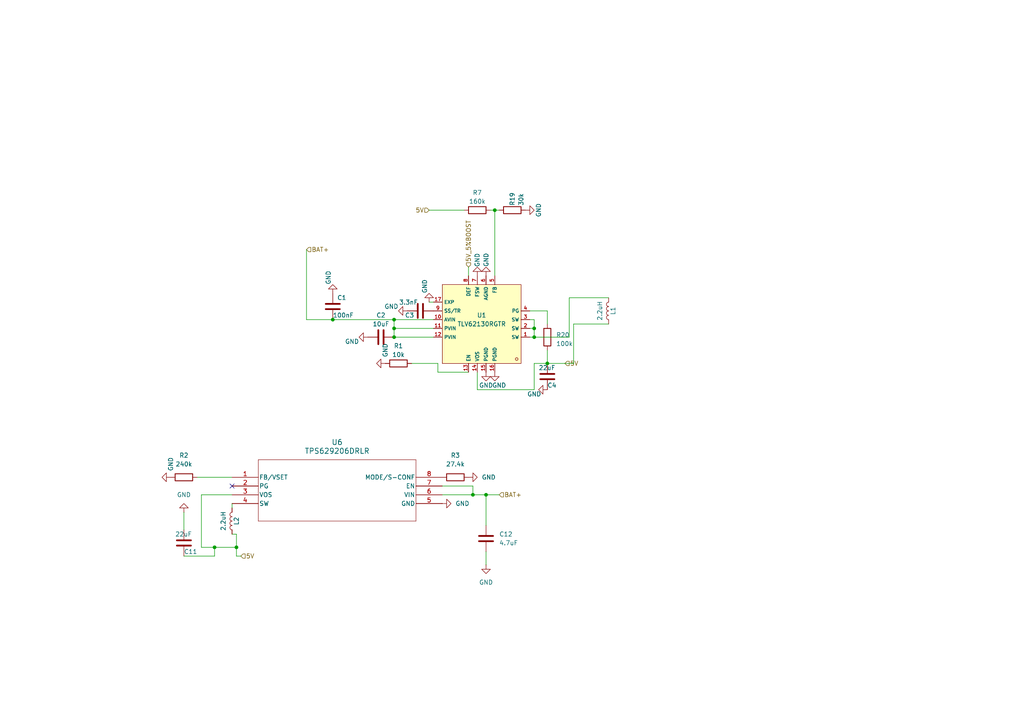
<source format=kicad_sch>
(kicad_sch (version 20231120) (generator "eeschema") (generator_version "8.0")
  (paper "A4")
  (lib_symbols
    (symbol "2024-10-27_20-41-39:TPS629206DRLR" (pin_names (offset 0.254))
      (property "Reference" "U" (at 30.48 10.16 0))
      (property "Value" "TPS629206DRLR" (at 30.48 7.62 0))
      (symbol "TPS629206DRLR_0_1"
        (polyline (pts (xy 7.62 -12.7) (xy 53.34 -12.7)) (stroke (width 0.127)))
        (polyline (pts (xy 7.62 5.08) (xy 7.62 -12.7)) (stroke (width 0.127)))
        (polyline (pts (xy 53.34 -12.7) (xy 53.34 5.08)) (stroke (width 0.127)))
        (polyline (pts (xy 53.34 5.08) (xy 7.62 5.08)) (stroke (width 0.127)))
        (pin input line (at 0 0 0) (length 7.62) (name "FB/VSET") (number "1"))
        (pin output line (at 0 -2.54 0) (length 7.62) (name "PG") (number "2"))
        (pin input line (at 0 -5.08 0) (length 7.62) (name "VOS") (number "3"))
        (pin unspecified line (at 0 -7.62 0) (length 7.62) (name "SW") (number "4"))
        (pin power_out line (at 60.96 -7.62 180) (length 7.62) (name "GND") (number "5"))
        (pin input line (at 60.96 -5.08 180) (length 7.62) (name "VIN") (number "6"))
        (pin input line (at 60.96 -2.54 180) (length 7.62) (name "EN") (number "7"))
        (pin input line (at 60.96 0 180) (length 7.62) (name "MODE/S-CONF") (number "8"))
      )
    )
    (symbol "Device:C" (pin_numbers hide) (pin_names (offset 0.254))
      (property "Reference" "C" (at 0.635 2.54 0))
      (property "Value" "C" (at 0.635 -2.54 0))
      (symbol "C_0_1"
        (polyline (pts (xy -2.032 -0.762) (xy 2.032 -0.762)) (stroke (width 0.508)))
        (polyline (pts (xy -2.032 0.762) (xy 2.032 0.762)) (stroke (width 0.508)))
      )
      (symbol "C_1_1"
        (pin passive line (at 0 3.81 270) (length 2.794) (name "~") (number "1"))
        (pin passive line (at 0 -3.81 90) (length 2.794) (name "~") (number "2"))
      )
    )
    (symbol "Device:L" (pin_numbers hide) (pin_names (offset 1.016) hide)
      (property "Reference" "L" (at -1.27 0 90))
      (property "Value" "L" (at 1.905 0 90))
      (symbol "L_0_1"
        (arc (start 0 -2.54) (mid 0.6323 -1.905) (end 0 -1.27))
        (arc (start 0 -1.27) (mid 0.6323 -0.635) (end 0 0))
        (arc (start 0 0) (mid 0.6323 0.635) (end 0 1.27))
        (arc (start 0 1.27) (mid 0.6323 1.905) (end 0 2.54))
      )
      (symbol "L_1_1"
        (pin passive line (at 0 3.81 270) (length 1.27) (name "1") (number "1"))
        (pin passive line (at 0 -3.81 90) (length 1.27) (name "2") (number "2"))
      )
    )
    (symbol "Device:R" (pin_numbers hide) (pin_names (offset 0))
      (property "Reference" "R" (at 2.032 0 90))
      (property "Value" "R" (at 0 0 90))
      (symbol "R_0_1"
        (rectangle (start -1.016 -2.54) (end 1.016 2.54) (stroke (width 0.254)))
      )
      (symbol "R_1_1"
        (pin passive line (at 0 3.81 270) (length 1.27) (name "~") (number "1"))
        (pin passive line (at 0 -3.81 90) (length 1.27) (name "~") (number "2"))
      )
    )
    (symbol "GND_1" (power) (pin_numbers hide) (pin_names (offset 0) hide)
      (property "Value" "GND" (at 0 -3.81 0))
      (symbol "GND_1_0_1"
        (polyline (pts (xy 0 0) (xy 0 -1.27) (xy 1.27 -1.27) (xy 0 -2.54) (xy -1.27 -1.27) (xy 0 -1.27)))
      )
      (symbol "GND_1_1_1"
        (pin power_in line (at 0 0 270) (length 0) (name "~") (number "1"))
      )
    )
    (symbol "polaris-sym:TLV62130RGTR"
      (property "Reference" "U" (at 0 1.27 0))
      (property "Value" "TLV62130RGTR" (at 0 -2.54 0))
      (symbol "TLV62130RGTR_0_1"
        (rectangle (start -11.43 11.43) (end 11.43 -11.43) (fill (type background)))
        (circle (center -10.16 10.16) (radius 0.381) (fill (type background)))
        (pin unspecified line (at -13.97 3.81 0) (length 2.54) (name "SW") (number "1"))
        (pin unspecified line (at 13.97 -1.27 180) (length 2.54) (name "AVIN") (number "10"))
        (pin unspecified line (at 13.97 1.27 180) (length 2.54) (name "PVIN") (number "11"))
        (pin unspecified line (at 13.97 3.81 180) (length 2.54) (name "PVIN") (number "12"))
        (pin unspecified line (at 3.81 13.97 270) (length 2.54) (name "EN") (number "13"))
        (pin unspecified line (at 1.27 13.97 270) (length 2.54) (name "VOS") (number "14"))
        (pin unspecified line (at -1.27 13.97 270) (length 2.54) (name "PGND") (number "15"))
        (pin unspecified line (at -3.81 13.97 270) (length 2.54) (name "PGND") (number "16"))
        (pin unspecified line (at 13.97 -6.35 180) (length 2.54) (name "EXP") (number "17"))
        (pin unspecified line (at -13.97 1.27 0) (length 2.54) (name "SW") (number "2"))
        (pin unspecified line (at -13.97 -1.27 0) (length 2.54) (name "SW") (number "3"))
        (pin unspecified line (at -13.97 -3.81 0) (length 2.54) (name "PG") (number "4"))
        (pin unspecified line (at -3.81 -13.97 90) (length 2.54) (name "FB") (number "5"))
        (pin unspecified line (at -1.27 -13.97 90) (length 2.54) (name "AGND") (number "6"))
        (pin unspecified line (at 1.27 -13.97 90) (length 2.54) (name "FSW") (number "7"))
        (pin unspecified line (at 3.81 -13.97 90) (length 2.54) (name "DEF") (number "8"))
        (pin unspecified line (at 13.97 -3.81 180) (length 2.54) (name "SS/TR") (number "9"))
      )
    )
    (symbol "power:GND" (power) (pin_names (offset 0))
      (property "Value" "GND" (at 0 -3.81 0))
      (symbol "GND_0_1"
        (polyline (pts (xy 0 0) (xy 0 -1.27) (xy 1.27 -1.27) (xy 0 -2.54) (xy -1.27 -1.27) (xy 0 -1.27)))
      )
      (symbol "GND_1_1"
        (pin power_in line (at 0 0 270) (length 0) hide (name "GND") (number "1"))
      )
    )
  )
  (junction (at 143.51 60.96))
  (junction (at 158.75 105.41))
  (junction (at 62.23 158.75))
  (junction (at 96.52 92.71))
  (junction (at 114.3 95.25))
  (junction (at 114.3 92.71))
  (junction (at 140.97 143.51))
  (junction (at 137.16 143.51))
  (junction (at 68.58 158.75))
  (junction (at 154.94 97.79))
  (junction (at 114.3 97.79))
  (junction (at 154.94 95.25))
  (no_connect (at 67.31 140.97))
  (wire (pts (xy 58.42 143.51) (xy 67.31 143.51)))
  (wire (pts (xy 158.75 105.41) (xy 166.37 105.41)))
  (wire (pts (xy 58.42 158.75) (xy 62.23 158.75)))
  (wire (pts (xy 128.27 140.97) (xy 137.16 140.97)))
  (wire (pts (xy 114.3 97.79) (xy 125.73 97.79)))
  (wire (pts (xy 53.34 148.59) (xy 53.34 153.67)))
  (wire (pts (xy 68.58 154.94) (xy 68.58 158.75)))
  (wire (pts (xy 158.75 90.17) (xy 153.67 90.17)))
  (wire (pts (xy 62.23 158.75) (xy 62.23 161.29)))
  (wire (pts (xy 154.94 97.79) (xy 154.94 95.25)))
  (wire (pts (xy 158.75 105.41) (xy 154.94 105.41)))
  (wire (pts (xy 67.31 146.05) (xy 67.31 147.32)))
  (wire (pts (xy 53.34 161.29) (xy 62.23 161.29)))
  (wire (pts (xy 124.46 60.96) (xy 134.62 60.96)))
  (wire (pts (xy 88.9 72.39) (xy 88.9 92.71)))
  (wire (pts (xy 96.52 92.71) (xy 114.3 92.71)))
  (wire (pts (xy 114.3 92.71) (xy 125.73 92.71)))
  (wire (pts (xy 88.9 92.71) (xy 96.52 92.71)))
  (wire (pts (xy 57.15 138.43) (xy 67.31 138.43)))
  (wire (pts (xy 58.42 143.51) (xy 58.42 158.75)))
  (wire (pts (xy 138.43 113.03) (xy 154.94 113.03)))
  (wire (pts (xy 68.58 158.75) (xy 68.58 161.29)))
  (wire (pts (xy 158.75 93.98) (xy 158.75 90.17)))
  (wire (pts (xy 166.37 93.98) (xy 166.37 105.41)))
  (wire (pts (xy 68.58 161.29) (xy 69.85 161.29)))
  (wire (pts (xy 127 105.41) (xy 127 107.95)))
  (wire (pts (xy 138.43 107.95) (xy 138.43 113.03)))
  (wire (pts (xy 135.89 77.47) (xy 135.89 80.01)))
  (wire (pts (xy 143.51 60.96) (xy 143.51 80.01)))
  (wire (pts (xy 124.46 87.63) (xy 125.73 87.63)))
  (wire (pts (xy 142.24 60.96) (xy 143.51 60.96)))
  (wire (pts (xy 154.94 92.71) (xy 153.67 92.71)))
  (wire (pts (xy 154.94 105.41) (xy 154.94 113.03)))
  (wire (pts (xy 140.97 160.02) (xy 140.97 163.83)))
  (wire (pts (xy 62.23 158.75) (xy 68.58 158.75)))
  (wire (pts (xy 140.97 143.51) (xy 140.97 152.4)))
  (wire (pts (xy 114.3 95.25) (xy 125.73 95.25)))
  (wire (pts (xy 143.51 60.96) (xy 144.78 60.96)))
  (wire (pts (xy 153.67 97.79) (xy 154.94 97.79)))
  (wire (pts (xy 153.67 95.25) (xy 154.94 95.25)))
  (wire (pts (xy 114.3 97.79) (xy 114.3 95.25)))
  (wire (pts (xy 176.53 93.98) (xy 166.37 93.98)))
  (wire (pts (xy 137.16 140.97) (xy 137.16 143.51)))
  (wire (pts (xy 176.53 86.36) (xy 165.1 86.36)))
  (wire (pts (xy 165.1 97.79) (xy 154.94 97.79)))
  (wire (pts (xy 165.1 86.36) (xy 165.1 97.79)))
  (wire (pts (xy 67.31 154.94) (xy 68.58 154.94)))
  (wire (pts (xy 140.97 143.51) (xy 144.78 143.51)))
  (wire (pts (xy 114.3 92.71) (xy 114.3 95.25)))
  (wire (pts (xy 119.38 105.41) (xy 127 105.41)))
  (wire (pts (xy 154.94 95.25) (xy 154.94 92.71)))
  (wire (pts (xy 128.27 143.51) (xy 137.16 143.51)))
  (wire (pts (xy 137.16 143.51) (xy 140.97 143.51)))
  (wire (pts (xy 127 107.95) (xy 135.89 107.95)))
  (wire (pts (xy 158.75 101.6) (xy 158.75 105.41)))
  (hierarchical_label "BAT+" (shape input) (at 144.78 143.51 0))
  (hierarchical_label "5V" (shape input) (at 163.83 105.41 0))
  (hierarchical_label "BAT+" (shape input) (at 88.9 72.39 0))
  (hierarchical_label "5V" (shape input) (at 124.46 60.96 180))
  (hierarchical_label "5V_5%BOOST" (shape input) (at 135.89 77.47 90))
  (hierarchical_label "5V" (shape input) (at 69.85 161.29 0))
  (symbol (lib_id "power:GND") (at 96.52 85.09 180) (unit 1)
    (property "Reference" "#PWR04" (effects (hide yes)))
    (property "Value" "GND" (at 95.25 82.55 90) (effects (justify right)))
  )
  (symbol (lib_id "power:GND") (at 143.51 107.95 0) (unit 1)
    (property "Reference" "#PWR018" (effects (hide yes)))
    (property "Value" "GND" (at 144.78 111.76 0))
  )
  (symbol (lib_id "Device:R") (at 53.34 138.43 90) (unit 1)
    (property "Reference" "R2" (at 53.34 132.08 90))
    (property "Value" "240k" (at 53.34 134.62 90))
    (property "Footprint" "Resistor_SMD:R_0603_1608Metric" (effects (hide yes)))
  )
  (symbol (lib_id "2024-10-27_20-41-39:TPS629206DRLR") (at 67.31 138.43 0) (unit 1)
    (property "Reference" "U6" (at 97.79 128.27 0) (effects (font (size 1.524 1.524))))
    (property "Value" "TPS629206DRLR" (at 97.79 130.81 0) (effects (font (size 1.524 1.524))))
    (property "Footprint" "SOT5X3-8_DRL_TEX" (effects (hide yes)))
    (property "Datasheet" "TPS629206DRLR" (effects (hide yes)))
  )
  (symbol (lib_name "GND_1") (lib_id "power:GND") (at 128.27 146.05 90) (unit 1)
    (property "Reference" "#PWR021" (effects (hide yes)))
    (property "Value" "GND" (at 132.08 146.0499 90) (effects (justify right)))
    (property "Description" "Power symbol creates a global label with name \"GND\" , ground" (effects (hide yes)))
  )
  (symbol (lib_name "GND_1") (lib_id "power:GND") (at 135.89 138.43 90) (unit 1)
    (property "Reference" "#PWR041" (effects (hide yes)))
    (property "Value" "GND" (at 139.7 138.4299 90) (effects (justify right)))
    (property "Description" "Power symbol creates a global label with name \"GND\" , ground" (effects (hide yes)))
  )
  (symbol (lib_id "Device:R") (at 138.43 60.96 90) (unit 1)
    (property "Reference" "R7" (at 138.43 55.88 90))
    (property "Value" "160k" (at 138.43 58.42 90))
    (property "Footprint" "Resistor_SMD:R_0603_1608Metric" (effects (hide yes)))
  )
  (symbol (lib_id "Device:R") (at 148.59 60.96 90) (unit 1)
    (property "Reference" "R19" (at 148.59 59.69 0) (effects (justify left)))
    (property "Value" "30k" (at 151.13 59.69 0) (effects (justify left)))
    (property "Footprint" "Resistor_SMD:R_0603_1608Metric" (effects (hide yes)))
  )
  (symbol (lib_name "GND_1") (lib_id "power:GND") (at 53.34 148.59 180) (unit 1)
    (property "Reference" "#PWR023" (effects (hide yes)))
    (property "Value" "GND" (at 53.34 143.51 0))
    (property "Description" "Power symbol creates a global label with name \"GND\" , ground" (effects (hide yes)))
  )
  (symbol (lib_id "Device:L") (at 176.53 90.17 180) (unit 1)
    (property "Reference" "L1" (at 177.8 90.17 90))
    (property "Value" "2.2uH" (at 173.99 90.17 90))
    (property "Footprint" "polaris-fp:IND-SMD_L4.0-W4.0" (effects (hide yes)))
  )
  (symbol (lib_id "Device:R") (at 132.08 138.43 90) (unit 1)
    (property "Reference" "R3" (at 132.08 132.08 90))
    (property "Value" "27.4k" (at 132.08 134.62 90))
    (property "Footprint" "Resistor_SMD:R_0603_1608Metric" (effects (hide yes)))
  )
  (symbol (lib_id "Device:C") (at 53.34 157.48 0) (unit 1)
    (property "Reference" "C11" (at 53.34 160.02 0) (effects (justify left)))
    (property "Value" "22uF" (at 50.8 154.94 0) (effects (justify left)))
    (property "Footprint" "Capacitor_SMD:C_0603_1608Metric" (effects (hide yes)))
  )
  (symbol (lib_id "Device:C") (at 158.75 109.22 0) (unit 1)
    (property "Reference" "C4" (at 158.75 111.76 0) (effects (justify left)))
    (property "Value" "22uF" (at 156.21 106.68 0) (effects (justify left)))
    (property "Footprint" "Capacitor_SMD:C_0603_1608Metric" (effects (hide yes)))
  )
  (symbol (lib_id "power:GND") (at 138.43 80.01 180) (unit 1)
    (property "Reference" "#PWR015" (effects (hide yes)))
    (property "Value" "GND" (at 138.43 77.47 90) (effects (justify right)))
  )
  (symbol (lib_id "Device:R") (at 115.57 105.41 90) (unit 1)
    (property "Reference" "R1" (at 115.57 100.33 90))
    (property "Value" "10k" (at 115.57 102.87 90))
    (property "Footprint" "Resistor_SMD:R_0603_1608Metric" (effects (hide yes)))
  )
  (symbol (lib_id "Device:L") (at 67.31 151.13 180) (unit 1)
    (property "Reference" "L2" (at 68.58 151.13 90))
    (property "Value" "2.2uH" (at 64.77 151.13 90))
    (property "Footprint" "polaris-fp:IND-SMD_L4.0-W4.0" (effects (hide yes)))
  )
  (symbol (lib_id "power:GND") (at 140.97 107.95 0) (unit 1)
    (property "Reference" "#PWR017" (effects (hide yes)))
    (property "Value" "GND" (at 140.97 111.76 0))
  )
  (symbol (lib_id "power:GND") (at 140.97 80.01 180) (unit 1)
    (property "Reference" "#PWR016" (effects (hide yes)))
    (property "Value" "GND" (at 140.998 75.3722 90))
  )
  (symbol (lib_id "power:GND") (at 111.76 105.41 270) (unit 1)
    (property "Reference" "#PWR012" (effects (hide yes)))
    (property "Value" "GND" (at 111.76 101.6 0))
  )
  (symbol (lib_id "Device:R") (at 158.75 97.79 0) (unit 1)
    (property "Reference" "R20" (at 161.29 97.155 0) (effects (justify left)))
    (property "Value" "100k" (at 161.29 99.695 0) (effects (justify left)))
    (property "Footprint" "Resistor_SMD:R_0603_1608Metric" (effects (hide yes)))
  )
  (symbol (lib_id "power:GND") (at 118.11 90.17 270) (unit 1)
    (property "Reference" "#PWR013" (effects (hide yes)))
    (property "Value" "GND" (at 115.57 88.9 90) (effects (justify right)))
  )
  (symbol (lib_id "Device:C") (at 110.49 97.79 270) (unit 1)
    (property "Reference" "C2" (at 110.49 91.44 90))
    (property "Value" "10uF" (at 110.49 93.98 90))
    (property "Footprint" "Capacitor_SMD:C_0805_2012Metric" (effects (hide yes)))
  )
  (symbol (lib_id "Device:C") (at 140.97 156.21 0) (unit 1)
    (property "Reference" "C12" (at 144.78 154.9399 0) (effects (justify left)))
    (property "Value" "4.7uF" (at 144.78 157.4799 0) (effects (justify left)))
    (property "Footprint" "Capacitor_SMD:C_0805_2012Metric" (effects (hide yes)))
  )
  (symbol (lib_id "Device:C") (at 121.92 90.17 90) (unit 1)
    (property "Reference" "C3" (at 118.7918 91.4448 90))
    (property "Value" "3.3nF" (at 118.4731 87.684 90))
    (property "Footprint" "Capacitor_SMD:C_0402_1005Metric" (effects (hide yes)))
  )
  (symbol (lib_name "GND_1") (lib_id "power:GND") (at 140.97 163.83 0) (unit 1)
    (property "Reference" "#PWR022" (effects (hide yes)))
    (property "Value" "GND" (at 140.97 168.91 0))
    (property "Description" "Power symbol creates a global label with name \"GND\" , ground" (effects (hide yes)))
  )
  (symbol (lib_id "power:GND") (at 106.68 97.79 270) (unit 1)
    (property "Reference" "#PWR011" (effects (hide yes)))
    (property "Value" "GND" (at 104.14 99.06 90) (effects (justify right)))
  )
  (symbol (lib_id "Device:C") (at 96.52 88.9 0) (unit 1)
    (property "Reference" "C1" (at 97.79 86.36 0) (effects (justify left)))
    (property "Value" "100nF" (at 96.52 91.44 0) (effects (justify left)))
    (property "Footprint" "Capacitor_SMD:C_0402_1005Metric" (effects (hide yes)))
  )
  (symbol (lib_id "power:GND") (at 124.46 87.63 180) (unit 1)
    (property "Reference" "#PWR014" (effects (hide yes)))
    (property "Value" "GND" (at 123.19 85.09 90) (effects (justify right)))
  )
  (symbol (lib_id "power:GND") (at 49.53 138.43 270) (unit 1)
    (property "Reference" "#PWR024" (effects (hide yes)))
    (property "Value" "GND" (at 49.53 134.62 0))
  )
  (symbol (lib_id "power:GND") (at 158.75 113.03 270) (unit 1)
    (property "Reference" "#PWR020" (effects (hide yes)))
    (property "Value" "GND" (at 154.94 114.3 90))
  )
  (symbol (lib_id "polaris-sym:TLV62130RGTR") (at 139.7 93.98 180) (unit 1)
    (property "Reference" "U1" (at 139.7 91.44 0))
    (property "Value" "TLV62130RGTR" (at 139.7 93.98 0))
    (property "Footprint" "polaris-fp:QFN-16_L3.0-W3.0-P0.50-TL-EP" (effects (hide yes)))
    (property "Datasheet" "https://item.szlcsc.com/58158.html" (effects (hide yes)))
    (property "LCSC" "C122479" (effects (hide yes)))
  )
  (symbol (lib_id "power:GND") (at 152.4 60.96 90) (unit 1)
    (property "Reference" "#PWR019" (effects (hide yes)))
    (property "Value" "GND" (at 156.21 60.96 0))
  )
)
</source>
